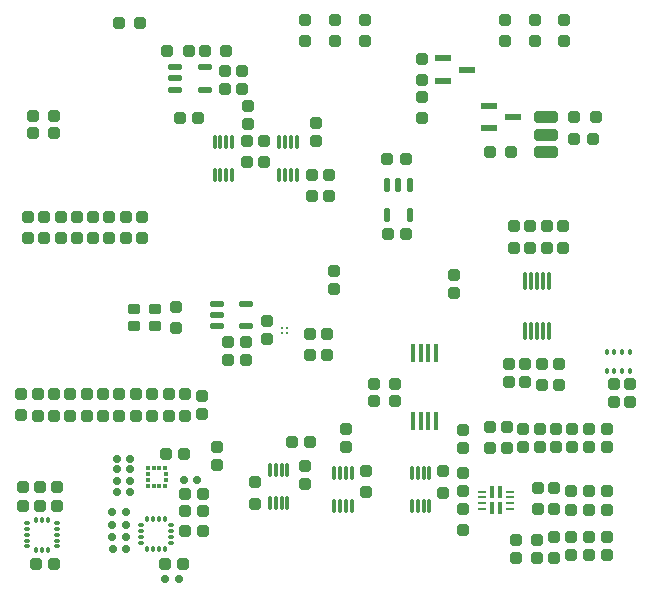
<source format=gbp>
%FSTAX44Y44*%
%MOMM*%
%SFA1B1*%

%IPPOS*%
%AMD45*
4,1,8,-0.500380,0.248920,-0.500380,-0.248920,-0.248920,-0.500380,0.248920,-0.500380,0.500380,-0.248920,0.500380,0.248920,0.248920,0.500380,-0.248920,0.500380,-0.500380,0.248920,0.0*
1,1,0.500000,-0.248920,0.248920*
1,1,0.500000,-0.248920,-0.248920*
1,1,0.500000,0.248920,-0.248920*
1,1,0.500000,0.248920,0.248920*
%
%AMD46*
4,1,8,0.248920,0.500380,-0.248920,0.500380,-0.500380,0.248920,-0.500380,-0.248920,-0.248920,-0.500380,0.248920,-0.500380,0.500380,-0.248920,0.500380,0.248920,0.248920,0.500380,0.0*
1,1,0.500000,0.248920,0.248920*
1,1,0.500000,-0.248920,0.248920*
1,1,0.500000,-0.248920,-0.248920*
1,1,0.500000,0.248920,-0.248920*
%
%AMD48*
4,1,8,-0.157480,-0.175260,0.157480,-0.175260,0.243840,-0.086360,0.243840,0.086360,0.157480,0.175260,-0.157480,0.175260,-0.243840,0.086360,-0.243840,-0.086360,-0.157480,-0.175260,0.0*
1,1,0.175000,-0.157480,-0.086360*
1,1,0.175000,0.157480,-0.086360*
1,1,0.175000,0.157480,0.086360*
1,1,0.175000,-0.157480,0.086360*
%
%AMD49*
4,1,8,-0.175260,0.157480,-0.175260,-0.157480,-0.086360,-0.243840,0.086360,-0.243840,0.175260,-0.157480,0.175260,0.157480,0.086360,0.243840,-0.086360,0.243840,-0.175260,0.157480,0.0*
1,1,0.175000,-0.086360,0.157480*
1,1,0.175000,-0.086360,-0.157480*
1,1,0.175000,0.086360,-0.157480*
1,1,0.175000,0.086360,0.157480*
%
%AMD50*
4,1,8,-0.500380,0.231140,-0.500380,-0.231140,-0.269240,-0.459740,0.269240,-0.459740,0.500380,-0.231140,0.500380,0.231140,0.269240,0.459740,-0.269240,0.459740,-0.500380,0.231140,0.0*
1,1,0.460000,-0.269240,0.231140*
1,1,0.460000,-0.269240,-0.231140*
1,1,0.460000,0.269240,-0.231140*
1,1,0.460000,0.269240,0.231140*
%
%AMD51*
4,1,8,0.586740,0.294640,-0.586740,0.294640,-0.660400,0.220980,-0.660400,-0.220980,-0.586740,-0.294640,0.586740,-0.294640,0.660400,-0.220980,0.660400,0.220980,0.586740,0.294640,0.0*
1,1,0.147600,0.586740,0.220980*
1,1,0.147600,-0.586740,0.220980*
1,1,0.147600,-0.586740,-0.220980*
1,1,0.147600,0.586740,-0.220980*
%
%AMD52*
4,1,8,-0.175260,-0.299720,0.175260,-0.299720,0.325120,-0.149860,0.325120,0.149860,0.175260,0.299720,-0.175260,0.299720,-0.325120,0.149860,-0.325120,-0.149860,-0.175260,-0.299720,0.0*
1,1,0.300000,-0.175260,-0.149860*
1,1,0.300000,0.175260,-0.149860*
1,1,0.300000,0.175260,0.149860*
1,1,0.300000,-0.175260,0.149860*
%
%AMD53*
4,1,8,-1.000760,0.248920,-1.000760,-0.248920,-0.749300,-0.500380,0.749300,-0.500380,1.000760,-0.248920,1.000760,0.248920,0.749300,0.500380,-0.749300,0.500380,-1.000760,0.248920,0.0*
1,1,0.500000,-0.749300,0.248920*
1,1,0.500000,-0.749300,-0.248920*
1,1,0.500000,0.749300,-0.248920*
1,1,0.500000,0.749300,0.248920*
%
%AMD54*
4,1,8,0.248920,0.099060,-0.248920,0.099060,-0.299720,0.050800,-0.299720,-0.050800,-0.248920,-0.099060,0.248920,-0.099060,0.299720,-0.050800,0.299720,0.050800,0.248920,0.099060,0.0*
1,1,0.100000,0.248920,0.050800*
1,1,0.100000,-0.248920,0.050800*
1,1,0.100000,-0.248920,-0.050800*
1,1,0.100000,0.248920,-0.050800*
%
%AMD55*
4,1,8,0.200660,-0.424180,0.200660,0.424180,0.099060,0.525780,-0.099060,0.525780,-0.200660,0.424180,-0.200660,-0.424180,-0.099060,-0.525780,0.099060,-0.525780,0.200660,-0.424180,0.0*
1,1,0.200000,0.099060,-0.424180*
1,1,0.200000,0.099060,0.424180*
1,1,0.200000,-0.099060,0.424180*
1,1,0.200000,-0.099060,-0.424180*
%
%AMD56*
4,1,8,0.076200,0.226060,-0.076200,0.226060,-0.149860,0.149860,-0.149860,-0.149860,-0.076200,-0.226060,0.076200,-0.226060,0.149860,-0.149860,0.149860,0.149860,0.076200,0.226060,0.0*
1,1,0.150000,0.076200,0.149860*
1,1,0.150000,-0.076200,0.149860*
1,1,0.150000,-0.076200,-0.149860*
1,1,0.150000,0.076200,-0.149860*
%
%AMD57*
4,1,8,0.149860,0.149860,-0.149860,0.149860,-0.226060,0.076200,-0.226060,-0.076200,-0.149860,-0.149860,0.149860,-0.149860,0.226060,-0.076200,0.226060,0.076200,0.149860,0.149860,0.0*
1,1,0.150000,0.149860,0.076200*
1,1,0.150000,-0.149860,0.076200*
1,1,0.150000,-0.149860,-0.076200*
1,1,0.150000,0.149860,-0.076200*
%
%AMD58*
4,1,8,-0.175260,0.099060,-0.175260,-0.099060,-0.086360,-0.187960,0.086360,-0.187960,0.175260,-0.099060,0.175260,0.099060,0.086360,0.187960,-0.086360,0.187960,-0.175260,0.099060,0.0*
1,1,0.175000,-0.086360,0.099060*
1,1,0.175000,-0.086360,-0.099060*
1,1,0.175000,0.086360,-0.099060*
1,1,0.175000,0.086360,0.099060*
%
%AMD59*
4,1,8,-0.099060,-0.175260,0.099060,-0.175260,0.187960,-0.086360,0.187960,0.086360,0.099060,0.175260,-0.099060,0.175260,-0.187960,0.086360,-0.187960,-0.086360,-0.099060,-0.175260,0.0*
1,1,0.175000,-0.099060,-0.086360*
1,1,0.175000,0.099060,-0.086360*
1,1,0.175000,0.099060,0.086360*
1,1,0.175000,-0.099060,0.086360*
%
%AMD60*
4,1,8,0.457200,0.294640,-0.457200,0.294640,-0.604520,0.147320,-0.604520,-0.147320,-0.457200,-0.294640,0.457200,-0.294640,0.604520,-0.147320,0.604520,0.147320,0.457200,0.294640,0.0*
1,1,0.295000,0.457200,0.147320*
1,1,0.295000,-0.457200,0.147320*
1,1,0.295000,-0.457200,-0.147320*
1,1,0.295000,0.457200,-0.147320*
%
%AMD61*
4,1,8,-0.134620,0.525780,-0.134620,-0.525780,-0.101600,-0.558800,0.101600,-0.558800,0.134620,-0.525780,0.134620,0.525780,0.101600,0.558800,-0.101600,0.558800,-0.134620,0.525780,0.0*
1,1,0.067600,-0.101600,0.525780*
1,1,0.067600,-0.101600,-0.525780*
1,1,0.067600,0.101600,-0.525780*
1,1,0.067600,0.101600,0.525780*
%
%AMD62*
4,1,8,-0.101600,-0.779780,0.101600,-0.779780,0.205740,-0.678180,0.205740,0.678180,0.101600,0.779780,-0.101600,0.779780,-0.205740,0.678180,-0.205740,-0.678180,-0.101600,-0.779780,0.0*
1,1,0.205000,-0.101600,-0.678180*
1,1,0.205000,0.101600,-0.678180*
1,1,0.205000,0.101600,0.678180*
1,1,0.205000,-0.101600,0.678180*
%
%AMD63*
4,1,8,-0.175260,0.162560,-0.175260,-0.162560,-0.086360,-0.248920,0.086360,-0.248920,0.175260,-0.162560,0.175260,0.162560,0.086360,0.248920,-0.086360,0.248920,-0.175260,0.162560,0.0*
1,1,0.175000,-0.086360,0.162560*
1,1,0.175000,-0.086360,-0.162560*
1,1,0.175000,0.086360,-0.162560*
1,1,0.175000,0.086360,0.162560*
%
%AMD64*
4,1,8,0.139700,-0.701040,0.139700,0.701040,0.104140,0.734060,-0.104140,0.734060,-0.139700,0.701040,-0.139700,-0.701040,-0.104140,-0.734060,0.104140,-0.734060,0.139700,-0.701040,0.0*
1,1,0.070000,0.104140,-0.701040*
1,1,0.070000,0.104140,0.701040*
1,1,0.070000,-0.104140,0.701040*
1,1,0.070000,-0.104140,-0.701040*
%
%AMD65*
4,1,8,0.294640,-0.457200,0.294640,0.457200,0.147320,0.604520,-0.147320,0.604520,-0.294640,0.457200,-0.294640,-0.457200,-0.147320,-0.604520,0.147320,-0.604520,0.294640,-0.457200,0.0*
1,1,0.295000,0.147320,-0.457200*
1,1,0.295000,0.147320,0.457200*
1,1,0.295000,-0.147320,0.457200*
1,1,0.295000,-0.147320,-0.457200*
%
G04~CAMADD=45~8~0.0~0.0~393.7~393.7~98.4~0.0~15~0.0~0.0~0.0~0.0~0~0.0~0.0~0.0~0.0~0~0.0~0.0~0.0~90.0~394.0~394.0*
%ADD45D45*%
G04~CAMADD=46~8~0.0~0.0~393.7~393.7~98.4~0.0~15~0.0~0.0~0.0~0.0~0~0.0~0.0~0.0~0.0~0~0.0~0.0~0.0~0.0~393.7~393.7*
%ADD46D46*%
%ADD47C,0.220000*%
G04~CAMADD=48~8~0.0~0.0~192.9~137.8~34.4~0.0~15~0.0~0.0~0.0~0.0~0~0.0~0.0~0.0~0.0~0~0.0~0.0~0.0~180.0~193.0~137.0*
%ADD48D48*%
G04~CAMADD=49~8~0.0~0.0~192.9~137.8~34.4~0.0~15~0.0~0.0~0.0~0.0~0~0.0~0.0~0.0~0.0~0~0.0~0.0~0.0~90.0~138.0~192.0*
%ADD49D49*%
G04~CAMADD=50~8~0.0~0.0~362.2~393.7~90.6~0.0~15~0.0~0.0~0.0~0.0~0~0.0~0.0~0.0~0.0~0~0.0~0.0~0.0~90.0~394.0~362.0*
%ADD50D50*%
G04~CAMADD=51~8~0.0~0.0~519.7~232.3~29.1~0.0~15~0.0~0.0~0.0~0.0~0~0.0~0.0~0.0~0.0~0~0.0~0.0~0.0~0.0~519.7~232.3*
%ADD51D51*%
G04~CAMADD=52~8~0.0~0.0~255.9~236.2~59.1~0.0~15~0.0~0.0~0.0~0.0~0~0.0~0.0~0.0~0.0~0~0.0~0.0~0.0~180.0~256.0~236.0*
%ADD52D52*%
G04~CAMADD=53~8~0.0~0.0~393.7~787.4~98.4~0.0~15~0.0~0.0~0.0~0.0~0~0.0~0.0~0.0~0.0~0~0.0~0.0~0.0~90.0~788.0~394.0*
%ADD53D53*%
G04~CAMADD=54~8~0.0~0.0~236.2~78.7~19.7~0.0~15~0.0~0.0~0.0~0.0~0~0.0~0.0~0.0~0.0~0~0.0~0.0~0.0~0.0~236.2~78.7*
%ADD54D54*%
G04~CAMADD=55~8~0.0~0.0~413.4~157.5~39.4~0.0~15~0.0~0.0~0.0~0.0~0~0.0~0.0~0.0~0.0~0~0.0~0.0~0.0~270.0~158.0~414.0*
%ADD55D55*%
G04~CAMADD=56~8~0.0~0.0~118.1~177.2~29.5~0.0~15~0.0~0.0~0.0~0.0~0~0.0~0.0~0.0~0.0~0~0.0~0.0~0.0~0.0~118.1~177.2*
%ADD56D56*%
G04~CAMADD=57~8~0.0~0.0~177.2~118.1~29.5~0.0~15~0.0~0.0~0.0~0.0~0~0.0~0.0~0.0~0.0~0~0.0~0.0~0.0~0.0~177.2~118.1*
%ADD57D57*%
G04~CAMADD=58~8~0.0~0.0~147.6~137.8~34.4~0.0~15~0.0~0.0~0.0~0.0~0~0.0~0.0~0.0~0.0~0~0.0~0.0~0.0~90.0~138.0~148.0*
%ADD58D58*%
G04~CAMADD=59~8~0.0~0.0~147.6~137.8~34.4~0.0~15~0.0~0.0~0.0~0.0~0~0.0~0.0~0.0~0.0~0~0.0~0.0~0.0~180.0~148.0~138.0*
%ADD59D59*%
G04~CAMADD=60~8~0.0~0.0~476.4~232.3~58.1~0.0~15~0.0~0.0~0.0~0.0~0~0.0~0.0~0.0~0.0~0~0.0~0.0~0.0~0.0~476.4~232.3*
%ADD60D60*%
G04~CAMADD=61~8~0.0~0.0~440.9~106.3~13.3~0.0~15~0.0~0.0~0.0~0.0~0~0.0~0.0~0.0~0.0~0~0.0~0.0~0.0~90.0~106.0~440.0*
%ADD61D61*%
G04~CAMADD=62~8~0.0~0.0~161.4~614.2~40.4~0.0~15~0.0~0.0~0.0~0.0~0~0.0~0.0~0.0~0.0~0~0.0~0.0~0.0~180.0~162.0~614.0*
%ADD62D62*%
G04~CAMADD=63~8~0.0~0.0~196.9~137.8~34.4~0.0~15~0.0~0.0~0.0~0.0~0~0.0~0.0~0.0~0.0~0~0.0~0.0~0.0~90.0~138.0~196.0*
%ADD63D63*%
G04~CAMADD=64~8~0.0~0.0~578.7~110.2~13.8~0.0~15~0.0~0.0~0.0~0.0~0~0.0~0.0~0.0~0.0~0~0.0~0.0~0.0~270.0~110.0~578.0*
%ADD64D64*%
G04~CAMADD=65~8~0.0~0.0~476.4~232.3~58.1~0.0~15~0.0~0.0~0.0~0.0~0~0.0~0.0~0.0~0.0~0~0.0~0.0~0.0~270.0~232.0~476.0*
%ADD65D65*%
%LNdr_0n-1*%
%LPD*%
G54D45*
X00348999Y00261999D03*
Y00279999D03*
X00344249Y00168749D03*
Y00153249D03*
X00395999Y00146249D03*
Y00164249D03*
X00478316Y00114258D03*
Y00132258D03*
X00500849Y00201749D03*
Y00183749D03*
X00515249Y00201749D03*
Y00183749D03*
X00555499Y00090249D03*
Y00108249D03*
X00541805Y0013175D03*
Y0014975D03*
X00555499Y00149749D03*
Y00131749D03*
X00235233Y00302999D03*
Y00284999D03*
X00201499Y00210999D03*
Y00228999D03*
X00173499Y00210999D03*
Y00228999D03*
X00145999Y00210999D03*
Y00228999D03*
X00118499Y00210999D03*
Y00228999D03*
X00110249Y00378999D03*
Y00360999D03*
X00137749Y00378999D03*
Y00360999D03*
X00165249Y00378999D03*
Y00360999D03*
X00192749Y00378999D03*
Y00360999D03*
X00187499Y00210999D03*
Y00228999D03*
X00159749Y00210999D03*
Y00228999D03*
X00132249Y00210999D03*
Y00228999D03*
X00104499Y00211249D03*
Y00229249D03*
X00123999Y00378999D03*
Y00360999D03*
X00151499Y00378999D03*
Y00360999D03*
X00178999Y00378999D03*
Y00360999D03*
X00206499Y00378999D03*
Y00360999D03*
X00215249Y00228999D03*
Y00210999D03*
X00563999Y00527999D03*
Y00545999D03*
X00443999Y00462999D03*
Y00480999D03*
Y00494999D03*
Y00512999D03*
X00310112Y00425592D03*
Y00443592D03*
X00295703Y00443343D03*
Y00425343D03*
X00301999Y00136499D03*
Y00154499D03*
X00461749Y00163749D03*
Y00145749D03*
X00563249Y00371249D03*
Y00353249D03*
X00549249Y00371249D03*
Y00353249D03*
X00535249D03*
Y00371249D03*
X00545249Y00236749D03*
Y00254749D03*
X00559249Y00236749D03*
Y00254749D03*
X00521249Y00371249D03*
Y00353249D03*
X00344999Y00545999D03*
Y00527999D03*
X00369999Y00545999D03*
Y00527999D03*
X00394999Y00545999D03*
Y00527999D03*
X00538999D03*
Y00545999D03*
X00513999Y00527999D03*
Y00545999D03*
X00350749Y00414749D03*
Y00396749D03*
X00365183Y00414749D03*
Y00396749D03*
X00242999Y00228999D03*
Y00210999D03*
X00229249Y00228999D03*
Y00210999D03*
X00363482Y00279999D03*
Y00261999D03*
X00291249Y00487249D03*
Y00502749D03*
X00369015Y003336D03*
Y003181D03*
X00270249Y00168999D03*
Y00184499D03*
X00478332Y00147141D03*
Y00162641D03*
X00557047Y0018458D03*
Y0020008D03*
X00569999Y00131539D03*
Y00147039D03*
X00571047Y0018458D03*
Y0020008D03*
X00584999Y00131539D03*
Y00147039D03*
X00585047Y0018458D03*
Y0020008D03*
X00599999Y00131539D03*
Y00147039D03*
X0054324Y00184499D03*
Y00199999D03*
X00569999Y00108459D03*
Y00092959D03*
X00600047Y0018458D03*
Y0020008D03*
X00584999Y00108459D03*
Y00092959D03*
X00529249Y00184499D03*
Y00199999D03*
X00599999Y00108459D03*
Y00092959D03*
X00276749Y00502749D03*
Y00487249D03*
X00311999Y00290999D03*
Y00275499D03*
X00353499Y00458999D03*
Y00443499D03*
X00296233Y00457734D03*
Y00473234D03*
X00379249Y00184249D03*
Y00199749D03*
X00478332Y00183733D03*
Y00199233D03*
X00105749Y00150249D03*
Y00134749D03*
X0012019Y00150362D03*
Y00134862D03*
X00134249Y00150249D03*
Y00134749D03*
X00606249Y00237749D03*
Y0022225D03*
X00619749Y00237749D03*
Y0022225D03*
X00531249Y00254749D03*
Y00239249D03*
X00517249Y00254749D03*
Y00239249D03*
X00257499Y00212499D03*
Y00227999D03*
X00470499Y00330499D03*
Y00314999D03*
G54D46*
X00279499Y00273499D03*
X00294999D03*
X00333499Y00188999D03*
X00348999D03*
X00116499Y00084999D03*
X00131999D03*
X00572749Y00463999D03*
X00590749D03*
X00500849Y00433999D03*
X00518849D03*
X00523249Y00105749D03*
X00541249D03*
X00523249Y00090249D03*
X00541249D03*
X00277999Y00519999D03*
X00259999D03*
X00245999D03*
X00227999D03*
X00114249Y00464749D03*
X00132249D03*
X00114411Y0045038D03*
X00132411D03*
X00402999Y00237538D03*
X00420999D03*
X00402999Y00223196D03*
X00420999D03*
X00186749Y00543249D03*
X00204749D03*
X00572733Y00445568D03*
X00588233D03*
X00254Y00462749D03*
X00238499D03*
X00242749Y00112999D03*
X00258249D03*
X00225999Y00085249D03*
X00241499D03*
X00242749Y00130499D03*
X00258249D03*
X00242749Y00144749D03*
X00258249D03*
X00294499Y00258249D03*
X00278999D03*
X00226499Y00178499D03*
X00241999D03*
X00414249Y00428546D03*
X00429749D03*
X00414499Y00364749D03*
X00429999D03*
G54D47*
X00328999Y00285249D03*
X00324999D03*
Y00281249D03*
X00328999D03*
G54D48*
X00134349Y00120249D03*
Y00115249D03*
Y00110249D03*
Y00105249D03*
Y00100249D03*
X00109149D03*
Y00110249D03*
Y00105249D03*
Y00120249D03*
Y00115249D03*
G54D49*
X00121749Y00097649D03*
X00126749D03*
X00116749D03*
X00121749Y00122849D03*
X00116749D03*
X00126749D03*
G54D50*
X00217999Y00286999D03*
X00199999D03*
Y00300999D03*
X00217999D03*
G54D51*
X00520999Y00463999D03*
X00500699Y00473499D03*
Y00454499D03*
X00482149Y00503999D03*
X00461849Y00513499D03*
Y00494499D03*
G54D52*
X00184999Y00146551D03*
X00196499D03*
X00184999Y0017459D03*
X00196499D03*
X00184999Y00165499D03*
X00196499D03*
X00184999Y00155999D03*
X00196499D03*
X00237499Y00072499D03*
X00225999D03*
X00241749Y00156499D03*
X00253249D03*
X00193249Y00097749D03*
X00181749D03*
X00192999Y00129249D03*
X00181499D03*
X00192999Y00118499D03*
X00181499D03*
X00192999Y00108499D03*
X00181499D03*
G54D53*
X00548849Y00433999D03*
Y00448999D03*
Y00463999D03*
G54D54*
X00494749Y00146749D03*
Y00141749D03*
Y00136749D03*
Y00131749D03*
X00517749D03*
Y00136749D03*
Y00141749D03*
Y00146749D03*
G54D55*
X00502749Y00132499D03*
X00509749D03*
Y00145999D03*
X00502749D03*
G54D56*
X00211124Y00097749D03*
X00216124D03*
X00221124D03*
X00226124D03*
Y00123249D03*
X00221124D03*
X00216124D03*
X00211124D03*
G54D57*
X00231374Y00102999D03*
Y00107999D03*
Y00112999D03*
Y00117999D03*
X00205874D03*
Y00112999D03*
Y00107999D03*
Y00102999D03*
G54D58*
X00226374Y00151374D03*
X00211374Y00166624D03*
X00216374D03*
X00221374D03*
X00226374D03*
X00221374Y00151374D03*
X00216374D03*
X00211374D03*
G54D59*
X00226499Y00161499D03*
Y00156499D03*
X00211249D03*
Y00161499D03*
G54D60*
X00294999Y00286749D03*
Y00305749D03*
X00269899D03*
Y00296249D03*
Y00286749D03*
X00259999Y00486999D03*
Y00505999D03*
X00234899D03*
Y00496499D03*
Y00486999D03*
G54D61*
X00337749Y00414449D03*
X00332749D03*
X00327749D03*
X00322749D03*
Y00442549D03*
X00327749D03*
X00332749D03*
X00337749D03*
X00267999Y00442596D03*
X00272999D03*
X00277999D03*
X00282999D03*
Y00414496D03*
X00277999D03*
X00272999D03*
X00267999D03*
X00329749Y00136812D03*
X00324749D03*
X00319749D03*
X00314749D03*
Y00164912D03*
X00319749D03*
X00324749D03*
X00329749D03*
X00369249Y00162799D03*
X00374249D03*
X00379249D03*
X00384249D03*
Y00134699D03*
X00379249D03*
X00374249D03*
X00369249D03*
X00434999Y00162299D03*
X00439999D03*
X00444999D03*
X00449999D03*
Y00134199D03*
X00444999D03*
X00439999D03*
X00434999D03*
G54D62*
X00455499Y00263746D03*
X00448999D03*
X00442499D03*
X00435999D03*
Y00206146D03*
X00442499D03*
X00448999D03*
X00455499D03*
G54D63*
X00612999Y00264999D03*
Y00248999D03*
X00606499Y00264999D03*
Y00248999D03*
X00619499D03*
Y00264999D03*
X00599999D03*
Y00248999D03*
G54D64*
X00531249Y00282249D03*
X00536249D03*
X00541249D03*
X00546249D03*
X00551249D03*
Y00325249D03*
X00546249D03*
X00541249D03*
X00536249D03*
X00531249D03*
G54D65*
X00414249Y00381149D03*
X00433249D03*
Y00406249D03*
X00423749D03*
X00414249D03*
M02*
</source>
